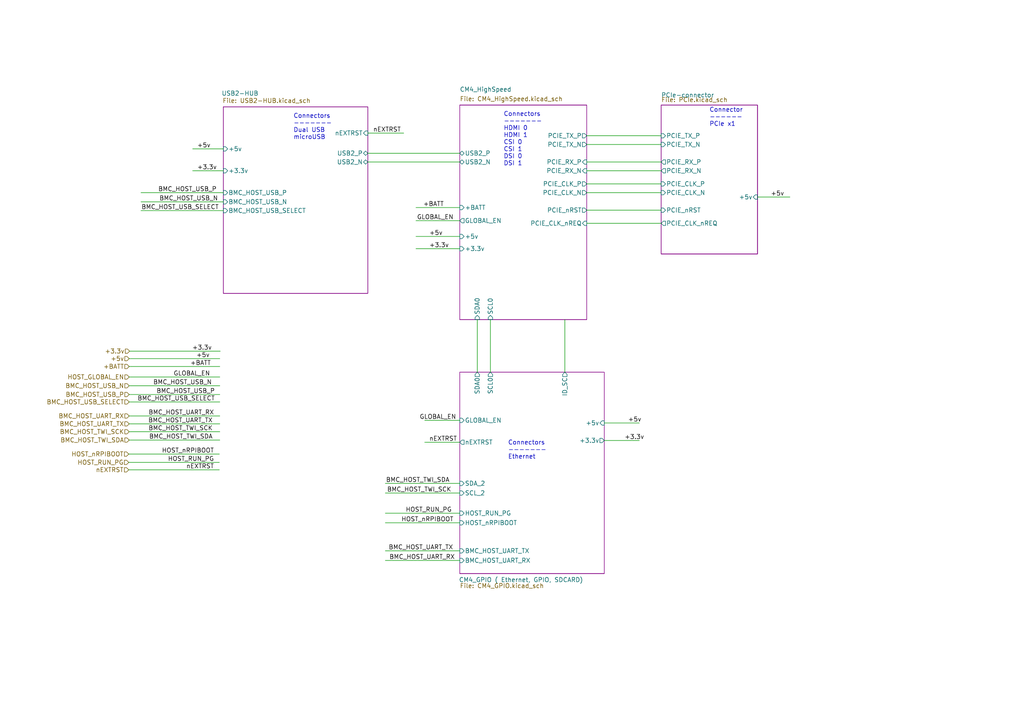
<source format=kicad_sch>
(kicad_sch (version 20230121) (generator eeschema)
  (paper "A4")
  (title_block (title "srvant-board MK1") (date "2021-07-14") (rev "rev-0.1dev"))
  (lib_symbols)
  (wire (pts (xy 37.338 134.112) (xy 63.627 134.112)))
  (wire (pts (xy 37.338 131.699) (xy 63.627 131.699)))
  (wire (pts (xy 111.76 148.844) (xy 133.35 148.844)))
  (wire (pts (xy 106.68 38.608) (xy 117.094 38.608)))
  (wire (pts (xy 120.65 68.58) (xy 133.35 68.58)))
  (wire (pts (xy 170.18 46.99) (xy 191.77 46.99)))
  (wire (pts (xy 37.465 120.65) (xy 63.754 120.65)))
  (wire (pts (xy 123.19 121.92) (xy 133.35 121.92)))
  (wire (pts (xy 133.35 151.638) (xy 111.76 151.638)))
  (wire (pts (xy 170.18 64.77) (xy 191.77 64.77)))
  (wire (pts (xy 37.338 136.271) (xy 63.627 136.271)))
  (wire (pts (xy 123.19 128.27) (xy 133.35 128.27)))
  (wire (pts (xy 170.18 49.53) (xy 191.77 49.53)))
  (wire (pts (xy 64.77 58.547) (xy 40.894 58.547)))
  (wire (pts (xy 37.465 114.427) (xy 63.754 114.427)))
  (wire (pts (xy 37.465 111.887) (xy 63.754 111.887)))
  (wire (pts (xy 133.35 143.002) (xy 111.76 143.002)))
  (wire (pts (xy 170.18 55.88) (xy 191.77 55.88)))
  (wire (pts (xy 64.77 61.087) (xy 40.894 61.087)))
  (wire (pts (xy 163.83 107.95) (xy 163.83 92.71)))
  (wire (pts (xy 64.77 43.18) (xy 55.88 43.18)))
  (wire (pts (xy 185.42 122.682) (xy 175.26 122.682)))
  (wire (pts (xy 37.465 125.222) (xy 63.754 125.222)))
  (wire (pts (xy 170.18 41.91) (xy 191.77 41.91)))
  (wire (pts (xy 37.465 109.347) (xy 63.754 109.347)))
  (wire (pts (xy 170.18 39.37) (xy 191.77 39.37)))
  (wire (pts (xy 138.43 92.71) (xy 138.43 107.95)))
  (wire (pts (xy 106.68 46.99) (xy 133.35 46.99)))
  (wire (pts (xy 142.24 92.71) (xy 142.24 107.95)))
  (wire (pts (xy 170.18 60.96) (xy 191.77 60.96)))
  (wire (pts (xy 37.465 106.299) (xy 63.754 106.299)))
  (wire (pts (xy 120.65 72.136) (xy 133.35 72.136)))
  (wire (pts (xy 133.35 162.56) (xy 111.76 162.56)))
  (wire (pts (xy 37.465 116.586) (xy 63.754 116.586)))
  (wire (pts (xy 106.68 44.45) (xy 133.35 44.45)))
  (wire (pts (xy 111.76 140.208) (xy 133.35 140.208)))
  (wire (pts (xy 40.894 55.88) (xy 64.77 55.88)))
  (wire (pts (xy 37.465 127.635) (xy 63.754 127.635)))
  (wire (pts (xy 64.77 49.53) (xy 55.88 49.53)))
  (wire (pts (xy 175.26 127.762) (xy 185.42 127.762)))
  (wire (pts (xy 37.592 101.854) (xy 63.881 101.854)))
  (wire (pts (xy 111.76 159.766) (xy 133.35 159.766)))
  (wire (pts (xy 219.71 57.15) (xy 229.108 57.15)))
  (wire (pts (xy 37.465 104.013) (xy 63.754 104.013)))
  (wire (pts (xy 133.35 64.008) (xy 120.65 64.008)))
  (wire (pts (xy 120.65 60.198) (xy 133.35 60.198)))
  (wire (pts (xy 37.465 122.936) (xy 63.754 122.936)))
  (wire (pts (xy 170.18 53.34) (xy 191.77 53.34)))
  (text "Connectors\n-------\nEthernet\n" (at 147.32 133.35 0) (effects (font (size 1.27 1.27)) (justify left bottom)))
  (text "Connector\n------\nPCIe x1" (at 205.74 36.83 0) (effects (font (size 1.27 1.27)) (justify left bottom)))
  (text "Connectors\n-------\nDual USB\nmicroUSB" (at 85.09 40.64 0) (effects (font (size 1.27 1.27)) (justify left bottom)))
  (text "Connectors\n-------\nHDMI 0\nHDMI 1\nCSI 0\nCSI 1\nDSI 0\nDSI 1" (at 146.05 48.26 0) (effects (font (size 1.27 1.27)) (justify left bottom)))
  (label "nEXTRST" (at 124.46 128.27 0))
  (label "GLOBAL_EN" (at 132.334 121.92 180))
  (label "BMC_HOST_USB_P" (at 62.865 55.88 180))
  (label "BMC_HOST_USB_SELECT" (at 62.357 116.586 180))
  (label "HOST_nRPIBOOT" (at 62.103 131.699 180))
  (label "+BATT" (at 128.778 60.198 180))
  (label "BMC_HOST_UART_RX" (at 62.103 120.65 180))
  (label "+3.3v" (at 124.46 72.136 0))
  (label "+3.3v" (at 181.102 127.762 0))
  (label "GLOBAL_EN" (at 60.96 109.347 180))
  (label "+3.3v" (at 61.468 101.854 180))
  (label "nEXTRST" (at 62.103 136.271 180))
  (label "BMC_HOST_USB_P" (at 62.357 114.427 180))
  (label "HOST_RUN_PG" (at 131.064 148.844 180))
  (label "+5v" (at 182.118 122.682 0))
  (label "HOST_nRPIBOOT" (at 131.572 151.638 180))
  (label "+BATT" (at 61.214 106.299 180))
  (label "BMC_HOST_USB_N" (at 61.468 111.887 180))
  (label "BMC_HOST_TWI_SCK" (at 130.937 143.002 180))
  (label "BMC_HOST_UART_RX" (at 131.953 162.56 180))
  (label "+5v" (at 57.15 43.18 0))
  (label "BMC_HOST_UART_TX" (at 61.722 122.936 180))
  (label "nEXTRST" (at 108.204 38.608 0))
  (label "BMC_HOST_TWI_SDA" (at 61.722 127.635 180))
  (label "+5v" (at 223.52 57.15 0))
  (label "+3.3v" (at 57.15 49.53 0))
  (label "BMC_HOST_TWI_SCK" (at 61.722 125.222 180))
  (label "+5v" (at 124.46 68.58 0))
  (label "GLOBAL_EN" (at 131.572 64.008 180))
  (label "HOST_RUN_PG" (at 62.103 134.112 180))
  (label "BMC_HOST_UART_TX" (at 131.445 159.766 180))
  (label "+5v" (at 56.896 104.013 0))
  (label "BMC_HOST_USB_N" (at 63.246 58.547 180))
  (label "BMC_HOST_TWI_SDA" (at 130.429 140.208 180))
  (label "BMC_HOST_USB_SELECT" (at 63.5 61.087 180))
  (hierarchical_label "HOST_nRPIBOOT" (shape input) (at 121.92 234.442 0))
  (hierarchical_label "HOST_RUN_PG" (shape input) (at 39.8272 231.902 180))
  (hierarchical_label "BMC_HOST_UART_TX" (shape input) (at 37.465 122.936 180))
  (hierarchical_label "+5v" (shape input) (at 37.465 104.013 180))
  (hierarchical_label "HOST_GLOBAL_EN" (shape input) (at 37.465 109.347 180))
  (hierarchical_label "HOST_nRPIBOOT" (shape input) (at 37.338 131.699 180))
  (hierarchical_label "BMC_HOST_USB_P" (shape input) (at 37.465 114.427 180))
  (hierarchical_label "HOST_RUN_PG" (shape input) (at 37.338 134.112 180))
  (hierarchical_label "BMC_HOST_USB_SELECT" (shape input) (at 37.465 116.586 180))
  (hierarchical_label "BMC_HOST_UART_RX" (shape input) (at 37.465 120.65 180))
  (hierarchical_label "BMC_HOST_USB_N" (shape input) (at 37.465 111.887 180))
  (hierarchical_label "+BATT" (shape input) (at 37.465 106.299 180))
  (hierarchical_label "BMC_HOST_TWI_SDA" (shape input) (at 37.465 127.635 180))
  (hierarchical_label "BMC_HOST_TWI_SCK" (shape input) (at 37.465 125.222 180))
  (hierarchical_label "+3.3v" (shape input) (at 37.592 101.854 180))
  (hierarchical_label "nEXTRST" (shape input) (at 37.338 136.271 180))
  (sheet (at 133.35 30.48) (size 36.83 62.23) (stroke (width 0.1524) (color 132 0 132 1)) (fill (color 255 255 255 0.0000))
    (property "Sheetname" "CM4_HighSpeed" (at 133.35 26.67 0) (effects (justify left bottom)))
    (property "Sheetfile" "CM4_HighSpeed.kicad_sch" (at 133.35 27.94 0) (effects (justify left top)))
    (pin "USB2_N" bidirectional (at 133.35 46.99 180))
    (pin "USB2_P" bidirectional (at 133.35 44.45 180))
    (pin "SCL0" input (at 142.24 92.71 270))
    (pin "SDA0" input (at 138.43 92.71 270))
    (pin "+5v" input (at 133.35 68.58 180))
    (pin "PCIE_CLK_P" output (at 170.18 53.34 0))
    (pin "PCIE_CLK_N" output (at 170.18 55.88 0))
    (pin "PCIE_TX_P" output (at 170.18 39.37 0))
    (pin "PCIE_TX_N" output (at 170.18 41.91 0))
    (pin "PCIE_nRST" output (at 170.18 60.96 0))
    (pin "PCIE_RX_P" input (at 170.18 46.99 0))
    (pin "PCIE_RX_N" input (at 170.18 49.53 0))
    (pin "PCIE_CLK_nREQ" input (at 170.18 64.77 0))
    (pin "GLOBAL_EN" output (at 133.35 64.008 180))
    (pin "+BATT" input (at 133.35 60.198 180))
    (pin "+3.3v" input (at 133.35 72.136 180))
  )
  (sheet (at 133.35 107.95) (size 41.91 58.42) (stroke (width 0.1524) (color 132 0 132 1)) (fill (color 255 255 255 0.0000))
    (property "Sheetname" "CM4_GPIO ( Ethernet, GPIO, SDCARD)" (at 133.096 168.91 0) (effects (justify left bottom)))
    (property "Sheetfile" "CM4_GPIO.kicad_sch" (at 133.35 169.164 0) (effects (justify left top)))
    (pin "ID_SC" output (at 163.83 107.95 90))
    (pin "SCL0" output (at 142.24 107.95 90))
    (pin "SDA0" output (at 138.43 107.95 90))
    (pin "+5v" input (at 175.26 122.682 0))
    (pin "+3.3v" output (at 175.26 127.762 0))
    (pin "nEXTRST" output (at 133.35 128.27 180))
    (pin "GLOBAL_EN" input (at 133.35 121.92 180))
    (pin "HOST_RUN_PG" input (at 133.35 148.844 180))
    (pin "HOST_nRPIBOOT" input (at 133.35 151.638 180))
    (pin "BMC_HOST_UART_TX" input (at 133.35 159.766 180))
    (pin "BMC_HOST_UART_RX" input (at 133.35 162.56 180))
    (pin "SCL_2" input (at 133.35 143.002 180))
    (pin "SDA_2" input (at 133.35 140.208 180))
  )
  (sheet (at 191.77 30.48) (size 27.94 43.18) (stroke (width 0.152) (color 132 0 132 1)) (fill (color 255 255 255 0.0000))
    (property "Sheetname" "PCIe-connector" (at 191.77 28.32 0) (effects (justify left bottom)))
    (property "Sheetfile" "PCIe.kicad_sch" (at 191.77 28.1945 0) (effects (justify left top)))
    (pin "PCIE_CLK_P" input (at 191.77 53.34 180))
    (pin "PCIE_CLK_N" input (at 191.77 55.88 180))
    (pin "PCIE_TX_P" input (at 191.77 39.37 180))
    (pin "PCIE_TX_N" input (at 191.77 41.91 180))
    (pin "PCIE_CLK_nREQ" output (at 191.77 64.77 180))
    (pin "PCIE_nRST" input (at 191.77 60.96 180))
    (pin "PCIE_RX_P" output (at 191.77 46.99 180))
    (pin "PCIE_RX_N" output (at 191.77 49.53 180))
    (pin "+5v" input (at 219.71 57.15 0))
  )
  (sheet (at 64.77 30.988) (size 41.91 54.102) (stroke (width 0.1524) (color 132 0 132 1)) (fill (color 255 255 255 0.0000))
    (property "Sheetname" "USB2-HUB" (at 64.262 27.8125 0) (effects (justify left bottom)))
    (property "Sheetfile" "USB2-HUB.kicad_sch" (at 64.516 28.448 0) (effects (justify left top)))
    (pin "USB2_N" bidirectional (at 106.68 46.99 0))
    (pin "USB2_P" bidirectional (at 106.68 44.45 0))
    (pin "+5v" input (at 64.77 43.18 180))
    (pin "+3.3v" input (at 64.77 49.53 180))
    (pin "nEXTRST" input (at 106.68 38.608 0))
    (pin "BMC_HOST_USB_P" input (at 64.77 55.88 180))
    (pin "BMC_HOST_USB_SELECT" input (at 64.77 61.087 180))
    (pin "BMC_HOST_USB_N" input (at 64.77 58.547 180))
  )
)
</source>
